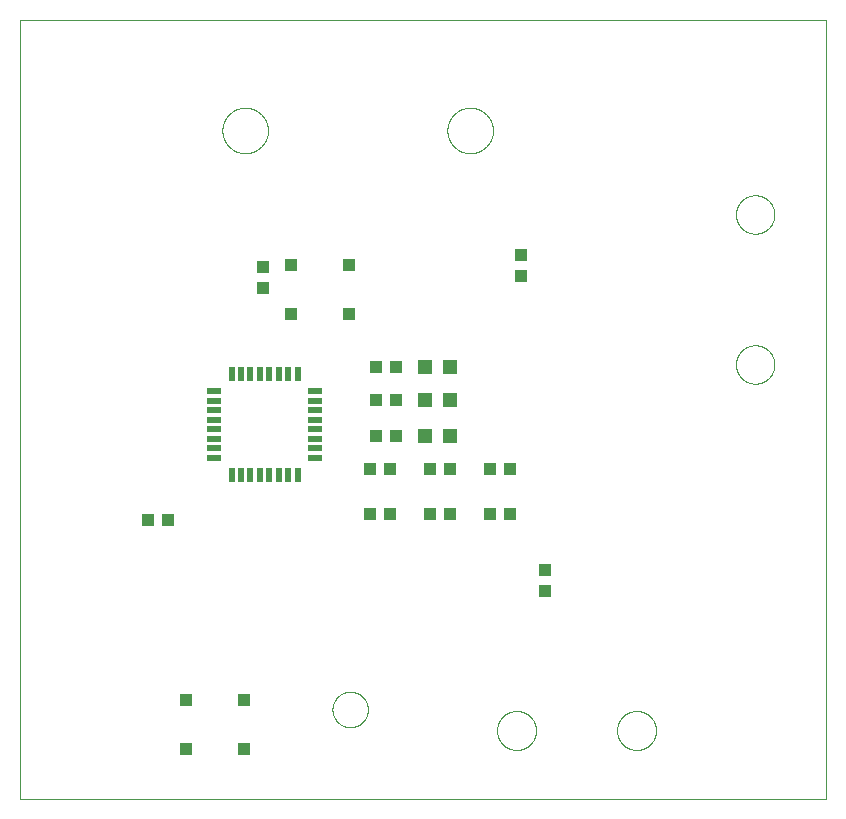
<source format=gtp>
G75*
%MOIN*%
%OFA0B0*%
%FSLAX25Y25*%
%IPPOS*%
%LPD*%
%AMOC8*
5,1,8,0,0,1.08239X$1,22.5*
%
%ADD10C,0.00000*%
%ADD11R,0.04724X0.04724*%
%ADD12R,0.03937X0.04331*%
%ADD13R,0.04331X0.03937*%
%ADD14R,0.03937X0.03937*%
%ADD15R,0.05000X0.02200*%
%ADD16R,0.02200X0.05000*%
D10*
X0003594Y0010258D02*
X0003594Y0270219D01*
X0272294Y0270219D01*
X0272294Y0010258D01*
X0003594Y0010258D01*
X0107688Y0040258D02*
X0107690Y0040411D01*
X0107696Y0040565D01*
X0107706Y0040718D01*
X0107720Y0040870D01*
X0107738Y0041023D01*
X0107760Y0041174D01*
X0107785Y0041325D01*
X0107815Y0041476D01*
X0107849Y0041626D01*
X0107886Y0041774D01*
X0107927Y0041922D01*
X0107972Y0042068D01*
X0108021Y0042214D01*
X0108074Y0042358D01*
X0108130Y0042500D01*
X0108190Y0042641D01*
X0108254Y0042781D01*
X0108321Y0042919D01*
X0108392Y0043055D01*
X0108467Y0043189D01*
X0108544Y0043321D01*
X0108626Y0043451D01*
X0108710Y0043579D01*
X0108798Y0043705D01*
X0108889Y0043828D01*
X0108983Y0043949D01*
X0109081Y0044067D01*
X0109181Y0044183D01*
X0109285Y0044296D01*
X0109391Y0044407D01*
X0109500Y0044515D01*
X0109612Y0044620D01*
X0109726Y0044721D01*
X0109844Y0044820D01*
X0109963Y0044916D01*
X0110085Y0045009D01*
X0110210Y0045098D01*
X0110337Y0045185D01*
X0110466Y0045267D01*
X0110597Y0045347D01*
X0110730Y0045423D01*
X0110865Y0045496D01*
X0111002Y0045565D01*
X0111141Y0045630D01*
X0111281Y0045692D01*
X0111423Y0045750D01*
X0111566Y0045805D01*
X0111711Y0045856D01*
X0111857Y0045903D01*
X0112004Y0045946D01*
X0112152Y0045985D01*
X0112301Y0046021D01*
X0112451Y0046052D01*
X0112602Y0046080D01*
X0112753Y0046104D01*
X0112906Y0046124D01*
X0113058Y0046140D01*
X0113211Y0046152D01*
X0113364Y0046160D01*
X0113517Y0046164D01*
X0113671Y0046164D01*
X0113824Y0046160D01*
X0113977Y0046152D01*
X0114130Y0046140D01*
X0114282Y0046124D01*
X0114435Y0046104D01*
X0114586Y0046080D01*
X0114737Y0046052D01*
X0114887Y0046021D01*
X0115036Y0045985D01*
X0115184Y0045946D01*
X0115331Y0045903D01*
X0115477Y0045856D01*
X0115622Y0045805D01*
X0115765Y0045750D01*
X0115907Y0045692D01*
X0116047Y0045630D01*
X0116186Y0045565D01*
X0116323Y0045496D01*
X0116458Y0045423D01*
X0116591Y0045347D01*
X0116722Y0045267D01*
X0116851Y0045185D01*
X0116978Y0045098D01*
X0117103Y0045009D01*
X0117225Y0044916D01*
X0117344Y0044820D01*
X0117462Y0044721D01*
X0117576Y0044620D01*
X0117688Y0044515D01*
X0117797Y0044407D01*
X0117903Y0044296D01*
X0118007Y0044183D01*
X0118107Y0044067D01*
X0118205Y0043949D01*
X0118299Y0043828D01*
X0118390Y0043705D01*
X0118478Y0043579D01*
X0118562Y0043451D01*
X0118644Y0043321D01*
X0118721Y0043189D01*
X0118796Y0043055D01*
X0118867Y0042919D01*
X0118934Y0042781D01*
X0118998Y0042641D01*
X0119058Y0042500D01*
X0119114Y0042358D01*
X0119167Y0042214D01*
X0119216Y0042068D01*
X0119261Y0041922D01*
X0119302Y0041774D01*
X0119339Y0041626D01*
X0119373Y0041476D01*
X0119403Y0041325D01*
X0119428Y0041174D01*
X0119450Y0041023D01*
X0119468Y0040870D01*
X0119482Y0040718D01*
X0119492Y0040565D01*
X0119498Y0040411D01*
X0119500Y0040258D01*
X0119498Y0040105D01*
X0119492Y0039951D01*
X0119482Y0039798D01*
X0119468Y0039646D01*
X0119450Y0039493D01*
X0119428Y0039342D01*
X0119403Y0039191D01*
X0119373Y0039040D01*
X0119339Y0038890D01*
X0119302Y0038742D01*
X0119261Y0038594D01*
X0119216Y0038448D01*
X0119167Y0038302D01*
X0119114Y0038158D01*
X0119058Y0038016D01*
X0118998Y0037875D01*
X0118934Y0037735D01*
X0118867Y0037597D01*
X0118796Y0037461D01*
X0118721Y0037327D01*
X0118644Y0037195D01*
X0118562Y0037065D01*
X0118478Y0036937D01*
X0118390Y0036811D01*
X0118299Y0036688D01*
X0118205Y0036567D01*
X0118107Y0036449D01*
X0118007Y0036333D01*
X0117903Y0036220D01*
X0117797Y0036109D01*
X0117688Y0036001D01*
X0117576Y0035896D01*
X0117462Y0035795D01*
X0117344Y0035696D01*
X0117225Y0035600D01*
X0117103Y0035507D01*
X0116978Y0035418D01*
X0116851Y0035331D01*
X0116722Y0035249D01*
X0116591Y0035169D01*
X0116458Y0035093D01*
X0116323Y0035020D01*
X0116186Y0034951D01*
X0116047Y0034886D01*
X0115907Y0034824D01*
X0115765Y0034766D01*
X0115622Y0034711D01*
X0115477Y0034660D01*
X0115331Y0034613D01*
X0115184Y0034570D01*
X0115036Y0034531D01*
X0114887Y0034495D01*
X0114737Y0034464D01*
X0114586Y0034436D01*
X0114435Y0034412D01*
X0114282Y0034392D01*
X0114130Y0034376D01*
X0113977Y0034364D01*
X0113824Y0034356D01*
X0113671Y0034352D01*
X0113517Y0034352D01*
X0113364Y0034356D01*
X0113211Y0034364D01*
X0113058Y0034376D01*
X0112906Y0034392D01*
X0112753Y0034412D01*
X0112602Y0034436D01*
X0112451Y0034464D01*
X0112301Y0034495D01*
X0112152Y0034531D01*
X0112004Y0034570D01*
X0111857Y0034613D01*
X0111711Y0034660D01*
X0111566Y0034711D01*
X0111423Y0034766D01*
X0111281Y0034824D01*
X0111141Y0034886D01*
X0111002Y0034951D01*
X0110865Y0035020D01*
X0110730Y0035093D01*
X0110597Y0035169D01*
X0110466Y0035249D01*
X0110337Y0035331D01*
X0110210Y0035418D01*
X0110085Y0035507D01*
X0109963Y0035600D01*
X0109844Y0035696D01*
X0109726Y0035795D01*
X0109612Y0035896D01*
X0109500Y0036001D01*
X0109391Y0036109D01*
X0109285Y0036220D01*
X0109181Y0036333D01*
X0109081Y0036449D01*
X0108983Y0036567D01*
X0108889Y0036688D01*
X0108798Y0036811D01*
X0108710Y0036937D01*
X0108626Y0037065D01*
X0108544Y0037195D01*
X0108467Y0037327D01*
X0108392Y0037461D01*
X0108321Y0037597D01*
X0108254Y0037735D01*
X0108190Y0037875D01*
X0108130Y0038016D01*
X0108074Y0038158D01*
X0108021Y0038302D01*
X0107972Y0038448D01*
X0107927Y0038594D01*
X0107886Y0038742D01*
X0107849Y0038890D01*
X0107815Y0039040D01*
X0107785Y0039191D01*
X0107760Y0039342D01*
X0107738Y0039493D01*
X0107720Y0039646D01*
X0107706Y0039798D01*
X0107696Y0039951D01*
X0107690Y0040105D01*
X0107688Y0040258D01*
X0162578Y0033258D02*
X0162580Y0033419D01*
X0162586Y0033579D01*
X0162596Y0033740D01*
X0162610Y0033900D01*
X0162628Y0034059D01*
X0162649Y0034219D01*
X0162675Y0034377D01*
X0162705Y0034535D01*
X0162738Y0034692D01*
X0162776Y0034849D01*
X0162817Y0035004D01*
X0162862Y0035158D01*
X0162911Y0035311D01*
X0162964Y0035463D01*
X0163020Y0035613D01*
X0163080Y0035762D01*
X0163144Y0035910D01*
X0163211Y0036056D01*
X0163282Y0036200D01*
X0163357Y0036342D01*
X0163435Y0036483D01*
X0163516Y0036621D01*
X0163601Y0036758D01*
X0163690Y0036892D01*
X0163781Y0037024D01*
X0163876Y0037154D01*
X0163974Y0037281D01*
X0164075Y0037406D01*
X0164179Y0037529D01*
X0164286Y0037648D01*
X0164396Y0037765D01*
X0164509Y0037880D01*
X0164625Y0037991D01*
X0164743Y0038100D01*
X0164864Y0038205D01*
X0164988Y0038308D01*
X0165114Y0038408D01*
X0165243Y0038504D01*
X0165374Y0038597D01*
X0165507Y0038687D01*
X0165642Y0038774D01*
X0165780Y0038857D01*
X0165919Y0038936D01*
X0166061Y0039013D01*
X0166204Y0039086D01*
X0166349Y0039155D01*
X0166496Y0039220D01*
X0166644Y0039282D01*
X0166794Y0039341D01*
X0166945Y0039395D01*
X0167097Y0039446D01*
X0167251Y0039493D01*
X0167406Y0039536D01*
X0167561Y0039575D01*
X0167718Y0039611D01*
X0167876Y0039643D01*
X0168034Y0039670D01*
X0168193Y0039694D01*
X0168352Y0039714D01*
X0168512Y0039730D01*
X0168673Y0039742D01*
X0168833Y0039750D01*
X0168994Y0039754D01*
X0169154Y0039754D01*
X0169315Y0039750D01*
X0169475Y0039742D01*
X0169636Y0039730D01*
X0169796Y0039714D01*
X0169955Y0039694D01*
X0170114Y0039670D01*
X0170272Y0039643D01*
X0170430Y0039611D01*
X0170587Y0039575D01*
X0170742Y0039536D01*
X0170897Y0039493D01*
X0171051Y0039446D01*
X0171203Y0039395D01*
X0171354Y0039341D01*
X0171504Y0039282D01*
X0171652Y0039220D01*
X0171799Y0039155D01*
X0171944Y0039086D01*
X0172087Y0039013D01*
X0172229Y0038936D01*
X0172368Y0038857D01*
X0172506Y0038774D01*
X0172641Y0038687D01*
X0172774Y0038597D01*
X0172905Y0038504D01*
X0173034Y0038408D01*
X0173160Y0038308D01*
X0173284Y0038205D01*
X0173405Y0038100D01*
X0173523Y0037991D01*
X0173639Y0037880D01*
X0173752Y0037765D01*
X0173862Y0037648D01*
X0173969Y0037529D01*
X0174073Y0037406D01*
X0174174Y0037281D01*
X0174272Y0037154D01*
X0174367Y0037024D01*
X0174458Y0036892D01*
X0174547Y0036758D01*
X0174632Y0036621D01*
X0174713Y0036483D01*
X0174791Y0036342D01*
X0174866Y0036200D01*
X0174937Y0036056D01*
X0175004Y0035910D01*
X0175068Y0035762D01*
X0175128Y0035613D01*
X0175184Y0035463D01*
X0175237Y0035311D01*
X0175286Y0035158D01*
X0175331Y0035004D01*
X0175372Y0034849D01*
X0175410Y0034692D01*
X0175443Y0034535D01*
X0175473Y0034377D01*
X0175499Y0034219D01*
X0175520Y0034059D01*
X0175538Y0033900D01*
X0175552Y0033740D01*
X0175562Y0033579D01*
X0175568Y0033419D01*
X0175570Y0033258D01*
X0175568Y0033097D01*
X0175562Y0032937D01*
X0175552Y0032776D01*
X0175538Y0032616D01*
X0175520Y0032457D01*
X0175499Y0032297D01*
X0175473Y0032139D01*
X0175443Y0031981D01*
X0175410Y0031824D01*
X0175372Y0031667D01*
X0175331Y0031512D01*
X0175286Y0031358D01*
X0175237Y0031205D01*
X0175184Y0031053D01*
X0175128Y0030903D01*
X0175068Y0030754D01*
X0175004Y0030606D01*
X0174937Y0030460D01*
X0174866Y0030316D01*
X0174791Y0030174D01*
X0174713Y0030033D01*
X0174632Y0029895D01*
X0174547Y0029758D01*
X0174458Y0029624D01*
X0174367Y0029492D01*
X0174272Y0029362D01*
X0174174Y0029235D01*
X0174073Y0029110D01*
X0173969Y0028987D01*
X0173862Y0028868D01*
X0173752Y0028751D01*
X0173639Y0028636D01*
X0173523Y0028525D01*
X0173405Y0028416D01*
X0173284Y0028311D01*
X0173160Y0028208D01*
X0173034Y0028108D01*
X0172905Y0028012D01*
X0172774Y0027919D01*
X0172641Y0027829D01*
X0172506Y0027742D01*
X0172368Y0027659D01*
X0172229Y0027580D01*
X0172087Y0027503D01*
X0171944Y0027430D01*
X0171799Y0027361D01*
X0171652Y0027296D01*
X0171504Y0027234D01*
X0171354Y0027175D01*
X0171203Y0027121D01*
X0171051Y0027070D01*
X0170897Y0027023D01*
X0170742Y0026980D01*
X0170587Y0026941D01*
X0170430Y0026905D01*
X0170272Y0026873D01*
X0170114Y0026846D01*
X0169955Y0026822D01*
X0169796Y0026802D01*
X0169636Y0026786D01*
X0169475Y0026774D01*
X0169315Y0026766D01*
X0169154Y0026762D01*
X0168994Y0026762D01*
X0168833Y0026766D01*
X0168673Y0026774D01*
X0168512Y0026786D01*
X0168352Y0026802D01*
X0168193Y0026822D01*
X0168034Y0026846D01*
X0167876Y0026873D01*
X0167718Y0026905D01*
X0167561Y0026941D01*
X0167406Y0026980D01*
X0167251Y0027023D01*
X0167097Y0027070D01*
X0166945Y0027121D01*
X0166794Y0027175D01*
X0166644Y0027234D01*
X0166496Y0027296D01*
X0166349Y0027361D01*
X0166204Y0027430D01*
X0166061Y0027503D01*
X0165919Y0027580D01*
X0165780Y0027659D01*
X0165642Y0027742D01*
X0165507Y0027829D01*
X0165374Y0027919D01*
X0165243Y0028012D01*
X0165114Y0028108D01*
X0164988Y0028208D01*
X0164864Y0028311D01*
X0164743Y0028416D01*
X0164625Y0028525D01*
X0164509Y0028636D01*
X0164396Y0028751D01*
X0164286Y0028868D01*
X0164179Y0028987D01*
X0164075Y0029110D01*
X0163974Y0029235D01*
X0163876Y0029362D01*
X0163781Y0029492D01*
X0163690Y0029624D01*
X0163601Y0029758D01*
X0163516Y0029895D01*
X0163435Y0030033D01*
X0163357Y0030174D01*
X0163282Y0030316D01*
X0163211Y0030460D01*
X0163144Y0030606D01*
X0163080Y0030754D01*
X0163020Y0030903D01*
X0162964Y0031053D01*
X0162911Y0031205D01*
X0162862Y0031358D01*
X0162817Y0031512D01*
X0162776Y0031667D01*
X0162738Y0031824D01*
X0162705Y0031981D01*
X0162675Y0032139D01*
X0162649Y0032297D01*
X0162628Y0032457D01*
X0162610Y0032616D01*
X0162596Y0032776D01*
X0162586Y0032937D01*
X0162580Y0033097D01*
X0162578Y0033258D01*
X0202578Y0033258D02*
X0202580Y0033419D01*
X0202586Y0033579D01*
X0202596Y0033740D01*
X0202610Y0033900D01*
X0202628Y0034059D01*
X0202649Y0034219D01*
X0202675Y0034377D01*
X0202705Y0034535D01*
X0202738Y0034692D01*
X0202776Y0034849D01*
X0202817Y0035004D01*
X0202862Y0035158D01*
X0202911Y0035311D01*
X0202964Y0035463D01*
X0203020Y0035613D01*
X0203080Y0035762D01*
X0203144Y0035910D01*
X0203211Y0036056D01*
X0203282Y0036200D01*
X0203357Y0036342D01*
X0203435Y0036483D01*
X0203516Y0036621D01*
X0203601Y0036758D01*
X0203690Y0036892D01*
X0203781Y0037024D01*
X0203876Y0037154D01*
X0203974Y0037281D01*
X0204075Y0037406D01*
X0204179Y0037529D01*
X0204286Y0037648D01*
X0204396Y0037765D01*
X0204509Y0037880D01*
X0204625Y0037991D01*
X0204743Y0038100D01*
X0204864Y0038205D01*
X0204988Y0038308D01*
X0205114Y0038408D01*
X0205243Y0038504D01*
X0205374Y0038597D01*
X0205507Y0038687D01*
X0205642Y0038774D01*
X0205780Y0038857D01*
X0205919Y0038936D01*
X0206061Y0039013D01*
X0206204Y0039086D01*
X0206349Y0039155D01*
X0206496Y0039220D01*
X0206644Y0039282D01*
X0206794Y0039341D01*
X0206945Y0039395D01*
X0207097Y0039446D01*
X0207251Y0039493D01*
X0207406Y0039536D01*
X0207561Y0039575D01*
X0207718Y0039611D01*
X0207876Y0039643D01*
X0208034Y0039670D01*
X0208193Y0039694D01*
X0208352Y0039714D01*
X0208512Y0039730D01*
X0208673Y0039742D01*
X0208833Y0039750D01*
X0208994Y0039754D01*
X0209154Y0039754D01*
X0209315Y0039750D01*
X0209475Y0039742D01*
X0209636Y0039730D01*
X0209796Y0039714D01*
X0209955Y0039694D01*
X0210114Y0039670D01*
X0210272Y0039643D01*
X0210430Y0039611D01*
X0210587Y0039575D01*
X0210742Y0039536D01*
X0210897Y0039493D01*
X0211051Y0039446D01*
X0211203Y0039395D01*
X0211354Y0039341D01*
X0211504Y0039282D01*
X0211652Y0039220D01*
X0211799Y0039155D01*
X0211944Y0039086D01*
X0212087Y0039013D01*
X0212229Y0038936D01*
X0212368Y0038857D01*
X0212506Y0038774D01*
X0212641Y0038687D01*
X0212774Y0038597D01*
X0212905Y0038504D01*
X0213034Y0038408D01*
X0213160Y0038308D01*
X0213284Y0038205D01*
X0213405Y0038100D01*
X0213523Y0037991D01*
X0213639Y0037880D01*
X0213752Y0037765D01*
X0213862Y0037648D01*
X0213969Y0037529D01*
X0214073Y0037406D01*
X0214174Y0037281D01*
X0214272Y0037154D01*
X0214367Y0037024D01*
X0214458Y0036892D01*
X0214547Y0036758D01*
X0214632Y0036621D01*
X0214713Y0036483D01*
X0214791Y0036342D01*
X0214866Y0036200D01*
X0214937Y0036056D01*
X0215004Y0035910D01*
X0215068Y0035762D01*
X0215128Y0035613D01*
X0215184Y0035463D01*
X0215237Y0035311D01*
X0215286Y0035158D01*
X0215331Y0035004D01*
X0215372Y0034849D01*
X0215410Y0034692D01*
X0215443Y0034535D01*
X0215473Y0034377D01*
X0215499Y0034219D01*
X0215520Y0034059D01*
X0215538Y0033900D01*
X0215552Y0033740D01*
X0215562Y0033579D01*
X0215568Y0033419D01*
X0215570Y0033258D01*
X0215568Y0033097D01*
X0215562Y0032937D01*
X0215552Y0032776D01*
X0215538Y0032616D01*
X0215520Y0032457D01*
X0215499Y0032297D01*
X0215473Y0032139D01*
X0215443Y0031981D01*
X0215410Y0031824D01*
X0215372Y0031667D01*
X0215331Y0031512D01*
X0215286Y0031358D01*
X0215237Y0031205D01*
X0215184Y0031053D01*
X0215128Y0030903D01*
X0215068Y0030754D01*
X0215004Y0030606D01*
X0214937Y0030460D01*
X0214866Y0030316D01*
X0214791Y0030174D01*
X0214713Y0030033D01*
X0214632Y0029895D01*
X0214547Y0029758D01*
X0214458Y0029624D01*
X0214367Y0029492D01*
X0214272Y0029362D01*
X0214174Y0029235D01*
X0214073Y0029110D01*
X0213969Y0028987D01*
X0213862Y0028868D01*
X0213752Y0028751D01*
X0213639Y0028636D01*
X0213523Y0028525D01*
X0213405Y0028416D01*
X0213284Y0028311D01*
X0213160Y0028208D01*
X0213034Y0028108D01*
X0212905Y0028012D01*
X0212774Y0027919D01*
X0212641Y0027829D01*
X0212506Y0027742D01*
X0212368Y0027659D01*
X0212229Y0027580D01*
X0212087Y0027503D01*
X0211944Y0027430D01*
X0211799Y0027361D01*
X0211652Y0027296D01*
X0211504Y0027234D01*
X0211354Y0027175D01*
X0211203Y0027121D01*
X0211051Y0027070D01*
X0210897Y0027023D01*
X0210742Y0026980D01*
X0210587Y0026941D01*
X0210430Y0026905D01*
X0210272Y0026873D01*
X0210114Y0026846D01*
X0209955Y0026822D01*
X0209796Y0026802D01*
X0209636Y0026786D01*
X0209475Y0026774D01*
X0209315Y0026766D01*
X0209154Y0026762D01*
X0208994Y0026762D01*
X0208833Y0026766D01*
X0208673Y0026774D01*
X0208512Y0026786D01*
X0208352Y0026802D01*
X0208193Y0026822D01*
X0208034Y0026846D01*
X0207876Y0026873D01*
X0207718Y0026905D01*
X0207561Y0026941D01*
X0207406Y0026980D01*
X0207251Y0027023D01*
X0207097Y0027070D01*
X0206945Y0027121D01*
X0206794Y0027175D01*
X0206644Y0027234D01*
X0206496Y0027296D01*
X0206349Y0027361D01*
X0206204Y0027430D01*
X0206061Y0027503D01*
X0205919Y0027580D01*
X0205780Y0027659D01*
X0205642Y0027742D01*
X0205507Y0027829D01*
X0205374Y0027919D01*
X0205243Y0028012D01*
X0205114Y0028108D01*
X0204988Y0028208D01*
X0204864Y0028311D01*
X0204743Y0028416D01*
X0204625Y0028525D01*
X0204509Y0028636D01*
X0204396Y0028751D01*
X0204286Y0028868D01*
X0204179Y0028987D01*
X0204075Y0029110D01*
X0203974Y0029235D01*
X0203876Y0029362D01*
X0203781Y0029492D01*
X0203690Y0029624D01*
X0203601Y0029758D01*
X0203516Y0029895D01*
X0203435Y0030033D01*
X0203357Y0030174D01*
X0203282Y0030316D01*
X0203211Y0030460D01*
X0203144Y0030606D01*
X0203080Y0030754D01*
X0203020Y0030903D01*
X0202964Y0031053D01*
X0202911Y0031205D01*
X0202862Y0031358D01*
X0202817Y0031512D01*
X0202776Y0031667D01*
X0202738Y0031824D01*
X0202705Y0031981D01*
X0202675Y0032139D01*
X0202649Y0032297D01*
X0202628Y0032457D01*
X0202610Y0032616D01*
X0202596Y0032776D01*
X0202586Y0032937D01*
X0202580Y0033097D01*
X0202578Y0033258D01*
X0242196Y0155258D02*
X0242198Y0155418D01*
X0242204Y0155577D01*
X0242214Y0155736D01*
X0242228Y0155895D01*
X0242246Y0156054D01*
X0242267Y0156212D01*
X0242293Y0156369D01*
X0242323Y0156526D01*
X0242356Y0156682D01*
X0242394Y0156837D01*
X0242435Y0156991D01*
X0242480Y0157144D01*
X0242529Y0157296D01*
X0242582Y0157446D01*
X0242638Y0157595D01*
X0242698Y0157743D01*
X0242762Y0157889D01*
X0242830Y0158034D01*
X0242901Y0158177D01*
X0242975Y0158318D01*
X0243053Y0158457D01*
X0243135Y0158594D01*
X0243220Y0158729D01*
X0243308Y0158862D01*
X0243399Y0158993D01*
X0243494Y0159121D01*
X0243592Y0159247D01*
X0243693Y0159371D01*
X0243797Y0159491D01*
X0243904Y0159610D01*
X0244014Y0159725D01*
X0244127Y0159838D01*
X0244242Y0159948D01*
X0244361Y0160055D01*
X0244481Y0160159D01*
X0244605Y0160260D01*
X0244731Y0160358D01*
X0244859Y0160453D01*
X0244990Y0160544D01*
X0245123Y0160632D01*
X0245258Y0160717D01*
X0245395Y0160799D01*
X0245534Y0160877D01*
X0245675Y0160951D01*
X0245818Y0161022D01*
X0245963Y0161090D01*
X0246109Y0161154D01*
X0246257Y0161214D01*
X0246406Y0161270D01*
X0246556Y0161323D01*
X0246708Y0161372D01*
X0246861Y0161417D01*
X0247015Y0161458D01*
X0247170Y0161496D01*
X0247326Y0161529D01*
X0247483Y0161559D01*
X0247640Y0161585D01*
X0247798Y0161606D01*
X0247957Y0161624D01*
X0248116Y0161638D01*
X0248275Y0161648D01*
X0248434Y0161654D01*
X0248594Y0161656D01*
X0248754Y0161654D01*
X0248913Y0161648D01*
X0249072Y0161638D01*
X0249231Y0161624D01*
X0249390Y0161606D01*
X0249548Y0161585D01*
X0249705Y0161559D01*
X0249862Y0161529D01*
X0250018Y0161496D01*
X0250173Y0161458D01*
X0250327Y0161417D01*
X0250480Y0161372D01*
X0250632Y0161323D01*
X0250782Y0161270D01*
X0250931Y0161214D01*
X0251079Y0161154D01*
X0251225Y0161090D01*
X0251370Y0161022D01*
X0251513Y0160951D01*
X0251654Y0160877D01*
X0251793Y0160799D01*
X0251930Y0160717D01*
X0252065Y0160632D01*
X0252198Y0160544D01*
X0252329Y0160453D01*
X0252457Y0160358D01*
X0252583Y0160260D01*
X0252707Y0160159D01*
X0252827Y0160055D01*
X0252946Y0159948D01*
X0253061Y0159838D01*
X0253174Y0159725D01*
X0253284Y0159610D01*
X0253391Y0159491D01*
X0253495Y0159371D01*
X0253596Y0159247D01*
X0253694Y0159121D01*
X0253789Y0158993D01*
X0253880Y0158862D01*
X0253968Y0158729D01*
X0254053Y0158594D01*
X0254135Y0158457D01*
X0254213Y0158318D01*
X0254287Y0158177D01*
X0254358Y0158034D01*
X0254426Y0157889D01*
X0254490Y0157743D01*
X0254550Y0157595D01*
X0254606Y0157446D01*
X0254659Y0157296D01*
X0254708Y0157144D01*
X0254753Y0156991D01*
X0254794Y0156837D01*
X0254832Y0156682D01*
X0254865Y0156526D01*
X0254895Y0156369D01*
X0254921Y0156212D01*
X0254942Y0156054D01*
X0254960Y0155895D01*
X0254974Y0155736D01*
X0254984Y0155577D01*
X0254990Y0155418D01*
X0254992Y0155258D01*
X0254990Y0155098D01*
X0254984Y0154939D01*
X0254974Y0154780D01*
X0254960Y0154621D01*
X0254942Y0154462D01*
X0254921Y0154304D01*
X0254895Y0154147D01*
X0254865Y0153990D01*
X0254832Y0153834D01*
X0254794Y0153679D01*
X0254753Y0153525D01*
X0254708Y0153372D01*
X0254659Y0153220D01*
X0254606Y0153070D01*
X0254550Y0152921D01*
X0254490Y0152773D01*
X0254426Y0152627D01*
X0254358Y0152482D01*
X0254287Y0152339D01*
X0254213Y0152198D01*
X0254135Y0152059D01*
X0254053Y0151922D01*
X0253968Y0151787D01*
X0253880Y0151654D01*
X0253789Y0151523D01*
X0253694Y0151395D01*
X0253596Y0151269D01*
X0253495Y0151145D01*
X0253391Y0151025D01*
X0253284Y0150906D01*
X0253174Y0150791D01*
X0253061Y0150678D01*
X0252946Y0150568D01*
X0252827Y0150461D01*
X0252707Y0150357D01*
X0252583Y0150256D01*
X0252457Y0150158D01*
X0252329Y0150063D01*
X0252198Y0149972D01*
X0252065Y0149884D01*
X0251930Y0149799D01*
X0251793Y0149717D01*
X0251654Y0149639D01*
X0251513Y0149565D01*
X0251370Y0149494D01*
X0251225Y0149426D01*
X0251079Y0149362D01*
X0250931Y0149302D01*
X0250782Y0149246D01*
X0250632Y0149193D01*
X0250480Y0149144D01*
X0250327Y0149099D01*
X0250173Y0149058D01*
X0250018Y0149020D01*
X0249862Y0148987D01*
X0249705Y0148957D01*
X0249548Y0148931D01*
X0249390Y0148910D01*
X0249231Y0148892D01*
X0249072Y0148878D01*
X0248913Y0148868D01*
X0248754Y0148862D01*
X0248594Y0148860D01*
X0248434Y0148862D01*
X0248275Y0148868D01*
X0248116Y0148878D01*
X0247957Y0148892D01*
X0247798Y0148910D01*
X0247640Y0148931D01*
X0247483Y0148957D01*
X0247326Y0148987D01*
X0247170Y0149020D01*
X0247015Y0149058D01*
X0246861Y0149099D01*
X0246708Y0149144D01*
X0246556Y0149193D01*
X0246406Y0149246D01*
X0246257Y0149302D01*
X0246109Y0149362D01*
X0245963Y0149426D01*
X0245818Y0149494D01*
X0245675Y0149565D01*
X0245534Y0149639D01*
X0245395Y0149717D01*
X0245258Y0149799D01*
X0245123Y0149884D01*
X0244990Y0149972D01*
X0244859Y0150063D01*
X0244731Y0150158D01*
X0244605Y0150256D01*
X0244481Y0150357D01*
X0244361Y0150461D01*
X0244242Y0150568D01*
X0244127Y0150678D01*
X0244014Y0150791D01*
X0243904Y0150906D01*
X0243797Y0151025D01*
X0243693Y0151145D01*
X0243592Y0151269D01*
X0243494Y0151395D01*
X0243399Y0151523D01*
X0243308Y0151654D01*
X0243220Y0151787D01*
X0243135Y0151922D01*
X0243053Y0152059D01*
X0242975Y0152198D01*
X0242901Y0152339D01*
X0242830Y0152482D01*
X0242762Y0152627D01*
X0242698Y0152773D01*
X0242638Y0152921D01*
X0242582Y0153070D01*
X0242529Y0153220D01*
X0242480Y0153372D01*
X0242435Y0153525D01*
X0242394Y0153679D01*
X0242356Y0153834D01*
X0242323Y0153990D01*
X0242293Y0154147D01*
X0242267Y0154304D01*
X0242246Y0154462D01*
X0242228Y0154621D01*
X0242214Y0154780D01*
X0242204Y0154939D01*
X0242198Y0155098D01*
X0242196Y0155258D01*
X0242196Y0205258D02*
X0242198Y0205418D01*
X0242204Y0205577D01*
X0242214Y0205736D01*
X0242228Y0205895D01*
X0242246Y0206054D01*
X0242267Y0206212D01*
X0242293Y0206369D01*
X0242323Y0206526D01*
X0242356Y0206682D01*
X0242394Y0206837D01*
X0242435Y0206991D01*
X0242480Y0207144D01*
X0242529Y0207296D01*
X0242582Y0207446D01*
X0242638Y0207595D01*
X0242698Y0207743D01*
X0242762Y0207889D01*
X0242830Y0208034D01*
X0242901Y0208177D01*
X0242975Y0208318D01*
X0243053Y0208457D01*
X0243135Y0208594D01*
X0243220Y0208729D01*
X0243308Y0208862D01*
X0243399Y0208993D01*
X0243494Y0209121D01*
X0243592Y0209247D01*
X0243693Y0209371D01*
X0243797Y0209491D01*
X0243904Y0209610D01*
X0244014Y0209725D01*
X0244127Y0209838D01*
X0244242Y0209948D01*
X0244361Y0210055D01*
X0244481Y0210159D01*
X0244605Y0210260D01*
X0244731Y0210358D01*
X0244859Y0210453D01*
X0244990Y0210544D01*
X0245123Y0210632D01*
X0245258Y0210717D01*
X0245395Y0210799D01*
X0245534Y0210877D01*
X0245675Y0210951D01*
X0245818Y0211022D01*
X0245963Y0211090D01*
X0246109Y0211154D01*
X0246257Y0211214D01*
X0246406Y0211270D01*
X0246556Y0211323D01*
X0246708Y0211372D01*
X0246861Y0211417D01*
X0247015Y0211458D01*
X0247170Y0211496D01*
X0247326Y0211529D01*
X0247483Y0211559D01*
X0247640Y0211585D01*
X0247798Y0211606D01*
X0247957Y0211624D01*
X0248116Y0211638D01*
X0248275Y0211648D01*
X0248434Y0211654D01*
X0248594Y0211656D01*
X0248754Y0211654D01*
X0248913Y0211648D01*
X0249072Y0211638D01*
X0249231Y0211624D01*
X0249390Y0211606D01*
X0249548Y0211585D01*
X0249705Y0211559D01*
X0249862Y0211529D01*
X0250018Y0211496D01*
X0250173Y0211458D01*
X0250327Y0211417D01*
X0250480Y0211372D01*
X0250632Y0211323D01*
X0250782Y0211270D01*
X0250931Y0211214D01*
X0251079Y0211154D01*
X0251225Y0211090D01*
X0251370Y0211022D01*
X0251513Y0210951D01*
X0251654Y0210877D01*
X0251793Y0210799D01*
X0251930Y0210717D01*
X0252065Y0210632D01*
X0252198Y0210544D01*
X0252329Y0210453D01*
X0252457Y0210358D01*
X0252583Y0210260D01*
X0252707Y0210159D01*
X0252827Y0210055D01*
X0252946Y0209948D01*
X0253061Y0209838D01*
X0253174Y0209725D01*
X0253284Y0209610D01*
X0253391Y0209491D01*
X0253495Y0209371D01*
X0253596Y0209247D01*
X0253694Y0209121D01*
X0253789Y0208993D01*
X0253880Y0208862D01*
X0253968Y0208729D01*
X0254053Y0208594D01*
X0254135Y0208457D01*
X0254213Y0208318D01*
X0254287Y0208177D01*
X0254358Y0208034D01*
X0254426Y0207889D01*
X0254490Y0207743D01*
X0254550Y0207595D01*
X0254606Y0207446D01*
X0254659Y0207296D01*
X0254708Y0207144D01*
X0254753Y0206991D01*
X0254794Y0206837D01*
X0254832Y0206682D01*
X0254865Y0206526D01*
X0254895Y0206369D01*
X0254921Y0206212D01*
X0254942Y0206054D01*
X0254960Y0205895D01*
X0254974Y0205736D01*
X0254984Y0205577D01*
X0254990Y0205418D01*
X0254992Y0205258D01*
X0254990Y0205098D01*
X0254984Y0204939D01*
X0254974Y0204780D01*
X0254960Y0204621D01*
X0254942Y0204462D01*
X0254921Y0204304D01*
X0254895Y0204147D01*
X0254865Y0203990D01*
X0254832Y0203834D01*
X0254794Y0203679D01*
X0254753Y0203525D01*
X0254708Y0203372D01*
X0254659Y0203220D01*
X0254606Y0203070D01*
X0254550Y0202921D01*
X0254490Y0202773D01*
X0254426Y0202627D01*
X0254358Y0202482D01*
X0254287Y0202339D01*
X0254213Y0202198D01*
X0254135Y0202059D01*
X0254053Y0201922D01*
X0253968Y0201787D01*
X0253880Y0201654D01*
X0253789Y0201523D01*
X0253694Y0201395D01*
X0253596Y0201269D01*
X0253495Y0201145D01*
X0253391Y0201025D01*
X0253284Y0200906D01*
X0253174Y0200791D01*
X0253061Y0200678D01*
X0252946Y0200568D01*
X0252827Y0200461D01*
X0252707Y0200357D01*
X0252583Y0200256D01*
X0252457Y0200158D01*
X0252329Y0200063D01*
X0252198Y0199972D01*
X0252065Y0199884D01*
X0251930Y0199799D01*
X0251793Y0199717D01*
X0251654Y0199639D01*
X0251513Y0199565D01*
X0251370Y0199494D01*
X0251225Y0199426D01*
X0251079Y0199362D01*
X0250931Y0199302D01*
X0250782Y0199246D01*
X0250632Y0199193D01*
X0250480Y0199144D01*
X0250327Y0199099D01*
X0250173Y0199058D01*
X0250018Y0199020D01*
X0249862Y0198987D01*
X0249705Y0198957D01*
X0249548Y0198931D01*
X0249390Y0198910D01*
X0249231Y0198892D01*
X0249072Y0198878D01*
X0248913Y0198868D01*
X0248754Y0198862D01*
X0248594Y0198860D01*
X0248434Y0198862D01*
X0248275Y0198868D01*
X0248116Y0198878D01*
X0247957Y0198892D01*
X0247798Y0198910D01*
X0247640Y0198931D01*
X0247483Y0198957D01*
X0247326Y0198987D01*
X0247170Y0199020D01*
X0247015Y0199058D01*
X0246861Y0199099D01*
X0246708Y0199144D01*
X0246556Y0199193D01*
X0246406Y0199246D01*
X0246257Y0199302D01*
X0246109Y0199362D01*
X0245963Y0199426D01*
X0245818Y0199494D01*
X0245675Y0199565D01*
X0245534Y0199639D01*
X0245395Y0199717D01*
X0245258Y0199799D01*
X0245123Y0199884D01*
X0244990Y0199972D01*
X0244859Y0200063D01*
X0244731Y0200158D01*
X0244605Y0200256D01*
X0244481Y0200357D01*
X0244361Y0200461D01*
X0244242Y0200568D01*
X0244127Y0200678D01*
X0244014Y0200791D01*
X0243904Y0200906D01*
X0243797Y0201025D01*
X0243693Y0201145D01*
X0243592Y0201269D01*
X0243494Y0201395D01*
X0243399Y0201523D01*
X0243308Y0201654D01*
X0243220Y0201787D01*
X0243135Y0201922D01*
X0243053Y0202059D01*
X0242975Y0202198D01*
X0242901Y0202339D01*
X0242830Y0202482D01*
X0242762Y0202627D01*
X0242698Y0202773D01*
X0242638Y0202921D01*
X0242582Y0203070D01*
X0242529Y0203220D01*
X0242480Y0203372D01*
X0242435Y0203525D01*
X0242394Y0203679D01*
X0242356Y0203834D01*
X0242323Y0203990D01*
X0242293Y0204147D01*
X0242267Y0204304D01*
X0242246Y0204462D01*
X0242228Y0204621D01*
X0242214Y0204780D01*
X0242204Y0204939D01*
X0242198Y0205098D01*
X0242196Y0205258D01*
X0145996Y0233250D02*
X0145998Y0233436D01*
X0146005Y0233623D01*
X0146017Y0233809D01*
X0146033Y0233995D01*
X0146053Y0234180D01*
X0146078Y0234365D01*
X0146108Y0234549D01*
X0146142Y0234732D01*
X0146181Y0234915D01*
X0146224Y0235096D01*
X0146271Y0235276D01*
X0146323Y0235456D01*
X0146379Y0235633D01*
X0146440Y0235810D01*
X0146505Y0235984D01*
X0146574Y0236158D01*
X0146648Y0236329D01*
X0146725Y0236499D01*
X0146807Y0236666D01*
X0146893Y0236832D01*
X0146983Y0236995D01*
X0147077Y0237156D01*
X0147175Y0237315D01*
X0147276Y0237471D01*
X0147382Y0237625D01*
X0147491Y0237776D01*
X0147604Y0237925D01*
X0147721Y0238070D01*
X0147841Y0238213D01*
X0147964Y0238353D01*
X0148091Y0238489D01*
X0148221Y0238623D01*
X0148355Y0238753D01*
X0148491Y0238880D01*
X0148631Y0239003D01*
X0148774Y0239123D01*
X0148919Y0239240D01*
X0149068Y0239353D01*
X0149219Y0239462D01*
X0149373Y0239568D01*
X0149529Y0239669D01*
X0149688Y0239767D01*
X0149849Y0239861D01*
X0150012Y0239951D01*
X0150178Y0240037D01*
X0150345Y0240119D01*
X0150515Y0240196D01*
X0150686Y0240270D01*
X0150860Y0240339D01*
X0151034Y0240404D01*
X0151211Y0240465D01*
X0151388Y0240521D01*
X0151568Y0240573D01*
X0151748Y0240620D01*
X0151929Y0240663D01*
X0152112Y0240702D01*
X0152295Y0240736D01*
X0152479Y0240766D01*
X0152664Y0240791D01*
X0152849Y0240811D01*
X0153035Y0240827D01*
X0153221Y0240839D01*
X0153408Y0240846D01*
X0153594Y0240848D01*
X0153780Y0240846D01*
X0153967Y0240839D01*
X0154153Y0240827D01*
X0154339Y0240811D01*
X0154524Y0240791D01*
X0154709Y0240766D01*
X0154893Y0240736D01*
X0155076Y0240702D01*
X0155259Y0240663D01*
X0155440Y0240620D01*
X0155620Y0240573D01*
X0155800Y0240521D01*
X0155977Y0240465D01*
X0156154Y0240404D01*
X0156328Y0240339D01*
X0156502Y0240270D01*
X0156673Y0240196D01*
X0156843Y0240119D01*
X0157010Y0240037D01*
X0157176Y0239951D01*
X0157339Y0239861D01*
X0157500Y0239767D01*
X0157659Y0239669D01*
X0157815Y0239568D01*
X0157969Y0239462D01*
X0158120Y0239353D01*
X0158269Y0239240D01*
X0158414Y0239123D01*
X0158557Y0239003D01*
X0158697Y0238880D01*
X0158833Y0238753D01*
X0158967Y0238623D01*
X0159097Y0238489D01*
X0159224Y0238353D01*
X0159347Y0238213D01*
X0159467Y0238070D01*
X0159584Y0237925D01*
X0159697Y0237776D01*
X0159806Y0237625D01*
X0159912Y0237471D01*
X0160013Y0237315D01*
X0160111Y0237156D01*
X0160205Y0236995D01*
X0160295Y0236832D01*
X0160381Y0236666D01*
X0160463Y0236499D01*
X0160540Y0236329D01*
X0160614Y0236158D01*
X0160683Y0235984D01*
X0160748Y0235810D01*
X0160809Y0235633D01*
X0160865Y0235456D01*
X0160917Y0235276D01*
X0160964Y0235096D01*
X0161007Y0234915D01*
X0161046Y0234732D01*
X0161080Y0234549D01*
X0161110Y0234365D01*
X0161135Y0234180D01*
X0161155Y0233995D01*
X0161171Y0233809D01*
X0161183Y0233623D01*
X0161190Y0233436D01*
X0161192Y0233250D01*
X0161190Y0233064D01*
X0161183Y0232877D01*
X0161171Y0232691D01*
X0161155Y0232505D01*
X0161135Y0232320D01*
X0161110Y0232135D01*
X0161080Y0231951D01*
X0161046Y0231768D01*
X0161007Y0231585D01*
X0160964Y0231404D01*
X0160917Y0231224D01*
X0160865Y0231044D01*
X0160809Y0230867D01*
X0160748Y0230690D01*
X0160683Y0230516D01*
X0160614Y0230342D01*
X0160540Y0230171D01*
X0160463Y0230001D01*
X0160381Y0229834D01*
X0160295Y0229668D01*
X0160205Y0229505D01*
X0160111Y0229344D01*
X0160013Y0229185D01*
X0159912Y0229029D01*
X0159806Y0228875D01*
X0159697Y0228724D01*
X0159584Y0228575D01*
X0159467Y0228430D01*
X0159347Y0228287D01*
X0159224Y0228147D01*
X0159097Y0228011D01*
X0158967Y0227877D01*
X0158833Y0227747D01*
X0158697Y0227620D01*
X0158557Y0227497D01*
X0158414Y0227377D01*
X0158269Y0227260D01*
X0158120Y0227147D01*
X0157969Y0227038D01*
X0157815Y0226932D01*
X0157659Y0226831D01*
X0157500Y0226733D01*
X0157339Y0226639D01*
X0157176Y0226549D01*
X0157010Y0226463D01*
X0156843Y0226381D01*
X0156673Y0226304D01*
X0156502Y0226230D01*
X0156328Y0226161D01*
X0156154Y0226096D01*
X0155977Y0226035D01*
X0155800Y0225979D01*
X0155620Y0225927D01*
X0155440Y0225880D01*
X0155259Y0225837D01*
X0155076Y0225798D01*
X0154893Y0225764D01*
X0154709Y0225734D01*
X0154524Y0225709D01*
X0154339Y0225689D01*
X0154153Y0225673D01*
X0153967Y0225661D01*
X0153780Y0225654D01*
X0153594Y0225652D01*
X0153408Y0225654D01*
X0153221Y0225661D01*
X0153035Y0225673D01*
X0152849Y0225689D01*
X0152664Y0225709D01*
X0152479Y0225734D01*
X0152295Y0225764D01*
X0152112Y0225798D01*
X0151929Y0225837D01*
X0151748Y0225880D01*
X0151568Y0225927D01*
X0151388Y0225979D01*
X0151211Y0226035D01*
X0151034Y0226096D01*
X0150860Y0226161D01*
X0150686Y0226230D01*
X0150515Y0226304D01*
X0150345Y0226381D01*
X0150178Y0226463D01*
X0150012Y0226549D01*
X0149849Y0226639D01*
X0149688Y0226733D01*
X0149529Y0226831D01*
X0149373Y0226932D01*
X0149219Y0227038D01*
X0149068Y0227147D01*
X0148919Y0227260D01*
X0148774Y0227377D01*
X0148631Y0227497D01*
X0148491Y0227620D01*
X0148355Y0227747D01*
X0148221Y0227877D01*
X0148091Y0228011D01*
X0147964Y0228147D01*
X0147841Y0228287D01*
X0147721Y0228430D01*
X0147604Y0228575D01*
X0147491Y0228724D01*
X0147382Y0228875D01*
X0147276Y0229029D01*
X0147175Y0229185D01*
X0147077Y0229344D01*
X0146983Y0229505D01*
X0146893Y0229668D01*
X0146807Y0229834D01*
X0146725Y0230001D01*
X0146648Y0230171D01*
X0146574Y0230342D01*
X0146505Y0230516D01*
X0146440Y0230690D01*
X0146379Y0230867D01*
X0146323Y0231044D01*
X0146271Y0231224D01*
X0146224Y0231404D01*
X0146181Y0231585D01*
X0146142Y0231768D01*
X0146108Y0231951D01*
X0146078Y0232135D01*
X0146053Y0232320D01*
X0146033Y0232505D01*
X0146017Y0232691D01*
X0146005Y0232877D01*
X0145998Y0233064D01*
X0145996Y0233250D01*
X0070996Y0233250D02*
X0070998Y0233436D01*
X0071005Y0233623D01*
X0071017Y0233809D01*
X0071033Y0233995D01*
X0071053Y0234180D01*
X0071078Y0234365D01*
X0071108Y0234549D01*
X0071142Y0234732D01*
X0071181Y0234915D01*
X0071224Y0235096D01*
X0071271Y0235276D01*
X0071323Y0235456D01*
X0071379Y0235633D01*
X0071440Y0235810D01*
X0071505Y0235984D01*
X0071574Y0236158D01*
X0071648Y0236329D01*
X0071725Y0236499D01*
X0071807Y0236666D01*
X0071893Y0236832D01*
X0071983Y0236995D01*
X0072077Y0237156D01*
X0072175Y0237315D01*
X0072276Y0237471D01*
X0072382Y0237625D01*
X0072491Y0237776D01*
X0072604Y0237925D01*
X0072721Y0238070D01*
X0072841Y0238213D01*
X0072964Y0238353D01*
X0073091Y0238489D01*
X0073221Y0238623D01*
X0073355Y0238753D01*
X0073491Y0238880D01*
X0073631Y0239003D01*
X0073774Y0239123D01*
X0073919Y0239240D01*
X0074068Y0239353D01*
X0074219Y0239462D01*
X0074373Y0239568D01*
X0074529Y0239669D01*
X0074688Y0239767D01*
X0074849Y0239861D01*
X0075012Y0239951D01*
X0075178Y0240037D01*
X0075345Y0240119D01*
X0075515Y0240196D01*
X0075686Y0240270D01*
X0075860Y0240339D01*
X0076034Y0240404D01*
X0076211Y0240465D01*
X0076388Y0240521D01*
X0076568Y0240573D01*
X0076748Y0240620D01*
X0076929Y0240663D01*
X0077112Y0240702D01*
X0077295Y0240736D01*
X0077479Y0240766D01*
X0077664Y0240791D01*
X0077849Y0240811D01*
X0078035Y0240827D01*
X0078221Y0240839D01*
X0078408Y0240846D01*
X0078594Y0240848D01*
X0078780Y0240846D01*
X0078967Y0240839D01*
X0079153Y0240827D01*
X0079339Y0240811D01*
X0079524Y0240791D01*
X0079709Y0240766D01*
X0079893Y0240736D01*
X0080076Y0240702D01*
X0080259Y0240663D01*
X0080440Y0240620D01*
X0080620Y0240573D01*
X0080800Y0240521D01*
X0080977Y0240465D01*
X0081154Y0240404D01*
X0081328Y0240339D01*
X0081502Y0240270D01*
X0081673Y0240196D01*
X0081843Y0240119D01*
X0082010Y0240037D01*
X0082176Y0239951D01*
X0082339Y0239861D01*
X0082500Y0239767D01*
X0082659Y0239669D01*
X0082815Y0239568D01*
X0082969Y0239462D01*
X0083120Y0239353D01*
X0083269Y0239240D01*
X0083414Y0239123D01*
X0083557Y0239003D01*
X0083697Y0238880D01*
X0083833Y0238753D01*
X0083967Y0238623D01*
X0084097Y0238489D01*
X0084224Y0238353D01*
X0084347Y0238213D01*
X0084467Y0238070D01*
X0084584Y0237925D01*
X0084697Y0237776D01*
X0084806Y0237625D01*
X0084912Y0237471D01*
X0085013Y0237315D01*
X0085111Y0237156D01*
X0085205Y0236995D01*
X0085295Y0236832D01*
X0085381Y0236666D01*
X0085463Y0236499D01*
X0085540Y0236329D01*
X0085614Y0236158D01*
X0085683Y0235984D01*
X0085748Y0235810D01*
X0085809Y0235633D01*
X0085865Y0235456D01*
X0085917Y0235276D01*
X0085964Y0235096D01*
X0086007Y0234915D01*
X0086046Y0234732D01*
X0086080Y0234549D01*
X0086110Y0234365D01*
X0086135Y0234180D01*
X0086155Y0233995D01*
X0086171Y0233809D01*
X0086183Y0233623D01*
X0086190Y0233436D01*
X0086192Y0233250D01*
X0086190Y0233064D01*
X0086183Y0232877D01*
X0086171Y0232691D01*
X0086155Y0232505D01*
X0086135Y0232320D01*
X0086110Y0232135D01*
X0086080Y0231951D01*
X0086046Y0231768D01*
X0086007Y0231585D01*
X0085964Y0231404D01*
X0085917Y0231224D01*
X0085865Y0231044D01*
X0085809Y0230867D01*
X0085748Y0230690D01*
X0085683Y0230516D01*
X0085614Y0230342D01*
X0085540Y0230171D01*
X0085463Y0230001D01*
X0085381Y0229834D01*
X0085295Y0229668D01*
X0085205Y0229505D01*
X0085111Y0229344D01*
X0085013Y0229185D01*
X0084912Y0229029D01*
X0084806Y0228875D01*
X0084697Y0228724D01*
X0084584Y0228575D01*
X0084467Y0228430D01*
X0084347Y0228287D01*
X0084224Y0228147D01*
X0084097Y0228011D01*
X0083967Y0227877D01*
X0083833Y0227747D01*
X0083697Y0227620D01*
X0083557Y0227497D01*
X0083414Y0227377D01*
X0083269Y0227260D01*
X0083120Y0227147D01*
X0082969Y0227038D01*
X0082815Y0226932D01*
X0082659Y0226831D01*
X0082500Y0226733D01*
X0082339Y0226639D01*
X0082176Y0226549D01*
X0082010Y0226463D01*
X0081843Y0226381D01*
X0081673Y0226304D01*
X0081502Y0226230D01*
X0081328Y0226161D01*
X0081154Y0226096D01*
X0080977Y0226035D01*
X0080800Y0225979D01*
X0080620Y0225927D01*
X0080440Y0225880D01*
X0080259Y0225837D01*
X0080076Y0225798D01*
X0079893Y0225764D01*
X0079709Y0225734D01*
X0079524Y0225709D01*
X0079339Y0225689D01*
X0079153Y0225673D01*
X0078967Y0225661D01*
X0078780Y0225654D01*
X0078594Y0225652D01*
X0078408Y0225654D01*
X0078221Y0225661D01*
X0078035Y0225673D01*
X0077849Y0225689D01*
X0077664Y0225709D01*
X0077479Y0225734D01*
X0077295Y0225764D01*
X0077112Y0225798D01*
X0076929Y0225837D01*
X0076748Y0225880D01*
X0076568Y0225927D01*
X0076388Y0225979D01*
X0076211Y0226035D01*
X0076034Y0226096D01*
X0075860Y0226161D01*
X0075686Y0226230D01*
X0075515Y0226304D01*
X0075345Y0226381D01*
X0075178Y0226463D01*
X0075012Y0226549D01*
X0074849Y0226639D01*
X0074688Y0226733D01*
X0074529Y0226831D01*
X0074373Y0226932D01*
X0074219Y0227038D01*
X0074068Y0227147D01*
X0073919Y0227260D01*
X0073774Y0227377D01*
X0073631Y0227497D01*
X0073491Y0227620D01*
X0073355Y0227747D01*
X0073221Y0227877D01*
X0073091Y0228011D01*
X0072964Y0228147D01*
X0072841Y0228287D01*
X0072721Y0228430D01*
X0072604Y0228575D01*
X0072491Y0228724D01*
X0072382Y0228875D01*
X0072276Y0229029D01*
X0072175Y0229185D01*
X0072077Y0229344D01*
X0071983Y0229505D01*
X0071893Y0229668D01*
X0071807Y0229834D01*
X0071725Y0230001D01*
X0071648Y0230171D01*
X0071574Y0230342D01*
X0071505Y0230516D01*
X0071440Y0230690D01*
X0071379Y0230867D01*
X0071323Y0231044D01*
X0071271Y0231224D01*
X0071224Y0231404D01*
X0071181Y0231585D01*
X0071142Y0231768D01*
X0071108Y0231951D01*
X0071078Y0232135D01*
X0071053Y0232320D01*
X0071033Y0232505D01*
X0071017Y0232691D01*
X0071005Y0232877D01*
X0070998Y0233064D01*
X0070996Y0233250D01*
D11*
X0138460Y0154258D03*
X0146728Y0154258D03*
X0146728Y0143258D03*
X0138460Y0143258D03*
X0138460Y0131258D03*
X0146728Y0131258D03*
D12*
X0178594Y0086604D03*
X0178594Y0079911D03*
X0084594Y0180911D03*
X0084594Y0187604D03*
X0170594Y0184911D03*
X0170594Y0191604D03*
D13*
X0128940Y0154258D03*
X0122247Y0154258D03*
X0122247Y0143258D03*
X0128940Y0143258D03*
X0128940Y0131258D03*
X0122247Y0131258D03*
X0120247Y0120258D03*
X0126940Y0120258D03*
X0140247Y0120258D03*
X0146940Y0120258D03*
X0160247Y0120258D03*
X0166940Y0120258D03*
X0166940Y0105258D03*
X0160247Y0105258D03*
X0146940Y0105258D03*
X0140247Y0105258D03*
X0126940Y0105258D03*
X0120247Y0105258D03*
X0052940Y0103258D03*
X0046247Y0103258D03*
D14*
X0058850Y0043526D03*
X0058850Y0026990D03*
X0078338Y0026990D03*
X0078338Y0043526D03*
X0093850Y0171990D03*
X0093850Y0188526D03*
X0113338Y0188526D03*
X0113338Y0171990D03*
D15*
X0101994Y0146281D03*
X0101994Y0143132D03*
X0101994Y0139982D03*
X0101994Y0136833D03*
X0101994Y0133683D03*
X0101994Y0130533D03*
X0101994Y0127384D03*
X0101994Y0124234D03*
X0068194Y0124234D03*
X0068194Y0127384D03*
X0068194Y0130533D03*
X0068194Y0133683D03*
X0068194Y0136833D03*
X0068194Y0139982D03*
X0068194Y0143132D03*
X0068194Y0146281D03*
D16*
X0074070Y0152158D03*
X0077220Y0152158D03*
X0080369Y0152158D03*
X0083519Y0152158D03*
X0086669Y0152158D03*
X0089818Y0152158D03*
X0092968Y0152158D03*
X0096117Y0152158D03*
X0096117Y0118358D03*
X0092968Y0118358D03*
X0089818Y0118358D03*
X0086669Y0118358D03*
X0083519Y0118358D03*
X0080369Y0118358D03*
X0077220Y0118358D03*
X0074070Y0118358D03*
M02*

</source>
